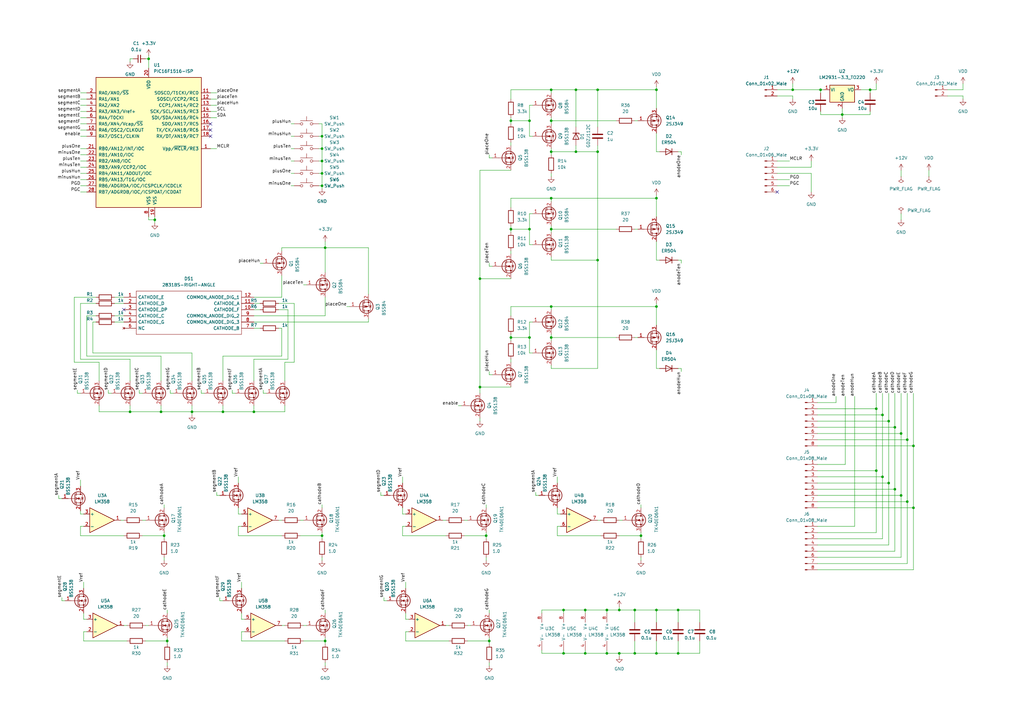
<source format=kicad_sch>
(kicad_sch (version 20211123) (generator eeschema)
  (paper "A3")
  (junction (at 359.41 167.64))
  (junction (at 245.11 62.23))
  (junction (at 217.17 138.43))
  (junction (at 53.34 168.91))
  (junction (at 361.95 195.58))
  (junction (at 66.04 168.91))
  (junction (at 269.24 267.97))
  (junction (at 196.85 114.3))
  (junction (at 132.08 66.04))
  (junction (at 345.44 46.99))
  (junction (at 132.08 60.96))
  (junction (at 269.24 81.28))
  (junction (at 361.95 170.18))
  (junction (at 325.12 36.83))
  (junction (at 260.35 250.19))
  (junction (at 372.11 205.74))
  (junction (at 217.17 49.53))
  (junction (at 60.96 24.13))
  (junction (at 359.41 193.04))
  (junction (at 226.06 81.28))
  (junction (at 236.22 62.23))
  (junction (at 217.17 93.98))
  (junction (at 254 250.19))
  (junction (at 269.24 250.19))
  (junction (at 68.58 262.89))
  (junction (at 369.57 177.8))
  (junction (at 132.08 71.12))
  (junction (at 132.08 219.71))
  (junction (at 226.06 36.83))
  (junction (at 226.06 93.98))
  (junction (at 269.24 36.83))
  (junction (at 262.89 219.71))
  (junction (at 209.55 138.43))
  (junction (at 209.55 93.98))
  (junction (at 248.92 250.19))
  (junction (at 226.06 62.23))
  (junction (at 209.55 49.53))
  (junction (at 231.14 250.19))
  (junction (at 132.08 76.2))
  (junction (at 226.06 49.53))
  (junction (at 367.03 175.26))
  (junction (at 269.24 125.73))
  (junction (at 240.03 267.97))
  (junction (at 104.14 168.91))
  (junction (at 199.39 219.71))
  (junction (at 260.35 267.97))
  (junction (at 231.14 267.97))
  (junction (at 336.55 36.83))
  (junction (at 200.66 262.89))
  (junction (at 364.49 198.12))
  (junction (at 78.74 168.91))
  (junction (at 132.08 55.88))
  (junction (at 372.11 180.34))
  (junction (at 364.49 172.72))
  (junction (at 356.87 36.83))
  (junction (at 133.35 262.89))
  (junction (at 278.13 250.19))
  (junction (at 133.35 101.6))
  (junction (at 369.57 203.2))
  (junction (at 248.92 267.97))
  (junction (at 63.5 90.17))
  (junction (at 245.11 106.68))
  (junction (at 240.03 250.19))
  (junction (at 67.31 219.71))
  (junction (at 278.13 267.97))
  (junction (at 374.65 208.28))
  (junction (at 367.03 200.66))
  (junction (at 226.06 138.43))
  (junction (at 196.85 158.75))
  (junction (at 236.22 36.83))
  (junction (at 254 267.97))
  (junction (at 226.06 125.73))
  (junction (at 91.44 168.91))
  (junction (at 374.65 182.88))
  (junction (at 245.11 36.83))
  (no_connect (at 86.36 50.8))
  (no_connect (at 86.36 53.34))
  (no_connect (at 318.77 78.74))
  (no_connect (at 86.36 55.88))
  (no_connect (at 50.8 127))
  (wire (pts (xy 372.11 205.74) (xy 372.11 180.34)))
  (wire (pts (xy 260.35 262.89) (xy 260.35 267.97)))
  (wire (pts (xy 245.11 62.23) (xy 245.11 59.69)))
  (wire (pts (xy 335.28 180.34) (xy 372.11 180.34)))
  (wire (pts (xy 278.13 267.97) (xy 287.02 267.97)))
  (wire (pts (xy 33.02 76.2) (xy 35.56 76.2)))
  (wire (pts (xy 133.35 101.6) (xy 115.57 101.6)))
  (wire (pts (xy 34.29 251.46) (xy 34.29 254)))
  (wire (pts (xy 40.64 168.91) (xy 53.34 168.91)))
  (wire (pts (xy 133.35 101.6) (xy 151.13 101.6)))
  (wire (pts (xy 209.55 137.16) (xy 209.55 138.43)))
  (wire (pts (xy 33.02 40.64) (xy 35.56 40.64)))
  (wire (pts (xy 346.71 162.56) (xy 346.71 190.5)))
  (wire (pts (xy 33.02 147.32) (xy 53.34 147.32)))
  (wire (pts (xy 209.55 158.75) (xy 196.85 158.75)))
  (wire (pts (xy 231.14 250.19) (xy 231.14 251.46)))
  (wire (pts (xy 33.02 48.26) (xy 35.56 48.26)))
  (wire (pts (xy 245.11 106.68) (xy 245.11 151.13)))
  (wire (pts (xy 66.04 166.37) (xy 66.04 168.91)))
  (wire (pts (xy 199.39 219.71) (xy 199.39 220.98)))
  (wire (pts (xy 200.66 107.95) (xy 200.66 109.22)))
  (wire (pts (xy 369.57 203.2) (xy 369.57 177.8)))
  (wire (pts (xy 97.79 215.9) (xy 99.06 215.9)))
  (wire (pts (xy 262.89 219.71) (xy 262.89 220.98)))
  (wire (pts (xy 254 248.92) (xy 254 250.19)))
  (wire (pts (xy 394.97 34.29) (xy 394.97 36.83)))
  (wire (pts (xy 279.4 151.13) (xy 278.13 151.13)))
  (wire (pts (xy 361.95 170.18) (xy 361.95 161.29)))
  (wire (pts (xy 50.8 256.54) (xy 52.07 256.54)))
  (wire (pts (xy 132.08 76.2) (xy 132.08 71.12)))
  (wire (pts (xy 78.74 168.91) (xy 78.74 170.18)))
  (wire (pts (xy 246.38 219.71) (xy 228.6 219.71)))
  (wire (pts (xy 240.03 250.19) (xy 240.03 251.46)))
  (wire (pts (xy 116.84 148.59) (xy 120.65 148.59)))
  (wire (pts (xy 278.13 250.19) (xy 287.02 250.19)))
  (wire (pts (xy 115.57 146.05) (xy 91.44 146.05)))
  (wire (pts (xy 104.14 132.08) (xy 151.13 132.08)))
  (wire (pts (xy 67.31 219.71) (xy 67.31 220.98)))
  (wire (pts (xy 86.36 48.26) (xy 88.9 48.26)))
  (wire (pts (xy 119.38 60.96) (xy 120.65 60.96)))
  (wire (pts (xy 226.06 125.73) (xy 226.06 127)))
  (wire (pts (xy 226.06 49.53) (xy 226.06 50.8)))
  (wire (pts (xy 82.55 160.02) (xy 82.55 161.29)))
  (wire (pts (xy 369.57 177.8) (xy 369.57 161.29)))
  (wire (pts (xy 226.06 62.23) (xy 226.06 63.5)))
  (wire (pts (xy 46.99 121.92) (xy 50.8 121.92)))
  (wire (pts (xy 104.14 134.62) (xy 106.68 134.62)))
  (wire (pts (xy 200.66 250.19) (xy 200.66 251.46)))
  (wire (pts (xy 226.06 81.28) (xy 226.06 82.55)))
  (wire (pts (xy 132.08 219.71) (xy 132.08 220.98)))
  (wire (pts (xy 226.06 137.16) (xy 226.06 138.43)))
  (wire (pts (xy 60.96 22.86) (xy 60.96 24.13)))
  (wire (pts (xy 165.1 219.71) (xy 165.1 215.9)))
  (wire (pts (xy 99.06 262.89) (xy 99.06 259.08)))
  (wire (pts (xy 91.44 168.91) (xy 91.44 166.37)))
  (wire (pts (xy 165.1 195.58) (xy 165.1 198.12)))
  (wire (pts (xy 209.55 93.98) (xy 209.55 95.25)))
  (wire (pts (xy 182.88 219.71) (xy 165.1 219.71)))
  (wire (pts (xy 335.28 175.26) (xy 367.03 175.26)))
  (wire (pts (xy 95.25 161.29) (xy 96.52 161.29)))
  (wire (pts (xy 269.24 267.97) (xy 278.13 267.97)))
  (wire (pts (xy 31.75 160.02) (xy 31.75 161.29)))
  (wire (pts (xy 236.22 59.69) (xy 236.22 62.23)))
  (wire (pts (xy 248.92 250.19) (xy 254 250.19)))
  (wire (pts (xy 124.46 256.54) (xy 125.73 256.54)))
  (wire (pts (xy 335.28 195.58) (xy 361.95 195.58)))
  (wire (pts (xy 199.39 207.01) (xy 199.39 208.28)))
  (wire (pts (xy 262.89 228.6) (xy 262.89 229.87)))
  (wire (pts (xy 254 219.71) (xy 262.89 219.71)))
  (wire (pts (xy 269.24 151.13) (xy 270.51 151.13)))
  (wire (pts (xy 218.44 87.63) (xy 217.17 87.63)))
  (wire (pts (xy 90.17 245.11) (xy 90.17 246.38)))
  (wire (pts (xy 199.39 218.44) (xy 199.39 219.71)))
  (wire (pts (xy 325.12 36.83) (xy 318.77 36.83)))
  (wire (pts (xy 332.74 78.74) (xy 332.74 71.12)))
  (wire (pts (xy 196.85 158.75) (xy 196.85 161.29)))
  (wire (pts (xy 82.55 161.29) (xy 83.82 161.29)))
  (wire (pts (xy 119.38 66.04) (xy 120.65 66.04)))
  (wire (pts (xy 196.85 69.85) (xy 209.55 69.85)))
  (wire (pts (xy 30.48 148.59) (xy 40.64 148.59)))
  (wire (pts (xy 99.06 238.76) (xy 99.06 241.3)))
  (wire (pts (xy 107.95 160.02) (xy 107.95 161.29)))
  (wire (pts (xy 359.41 167.64) (xy 359.41 193.04)))
  (wire (pts (xy 226.06 138.43) (xy 226.06 139.7)))
  (wire (pts (xy 336.55 46.99) (xy 336.55 45.72)))
  (wire (pts (xy 236.22 62.23) (xy 245.11 62.23)))
  (wire (pts (xy 130.81 60.96) (xy 132.08 60.96)))
  (wire (pts (xy 142.24 125.73) (xy 143.51 125.73)))
  (wire (pts (xy 278.13 250.19) (xy 278.13 255.27)))
  (wire (pts (xy 200.66 63.5) (xy 200.66 64.77)))
  (wire (pts (xy 260.35 138.43) (xy 261.62 138.43)))
  (wire (pts (xy 35.56 129.54) (xy 39.37 129.54)))
  (wire (pts (xy 372.11 231.14) (xy 372.11 205.74)))
  (wire (pts (xy 325.12 34.29) (xy 325.12 36.83)))
  (wire (pts (xy 33.02 55.88) (xy 35.56 55.88)))
  (wire (pts (xy 58.42 219.71) (xy 67.31 219.71)))
  (wire (pts (xy 132.08 60.96) (xy 132.08 66.04)))
  (wire (pts (xy 240.03 267.97) (xy 231.14 267.97)))
  (wire (pts (xy 133.35 99.06) (xy 133.35 101.6)))
  (wire (pts (xy 115.57 134.62) (xy 114.3 134.62)))
  (wire (pts (xy 24.13 204.47) (xy 25.4 204.47)))
  (wire (pts (xy 369.57 87.63) (xy 369.57 90.17)))
  (wire (pts (xy 115.57 101.6) (xy 115.57 102.87)))
  (wire (pts (xy 236.22 36.83) (xy 245.11 36.83)))
  (wire (pts (xy 226.06 92.71) (xy 226.06 93.98)))
  (wire (pts (xy 336.55 36.83) (xy 337.82 36.83)))
  (wire (pts (xy 336.55 36.83) (xy 336.55 38.1)))
  (wire (pts (xy 245.11 36.83) (xy 269.24 36.83)))
  (wire (pts (xy 269.24 99.06) (xy 269.24 106.68)))
  (wire (pts (xy 165.1 210.82) (xy 166.37 210.82)))
  (wire (pts (xy 99.06 254) (xy 100.33 254)))
  (wire (pts (xy 116.84 156.21) (xy 116.84 148.59)))
  (wire (pts (xy 97.79 208.28) (xy 97.79 210.82)))
  (wire (pts (xy 33.02 45.72) (xy 35.56 45.72)))
  (wire (pts (xy 46.99 132.08) (xy 50.8 132.08)))
  (wire (pts (xy 67.31 228.6) (xy 67.31 229.87)))
  (wire (pts (xy 86.36 40.64) (xy 88.9 40.64)))
  (wire (pts (xy 323.85 76.2) (xy 318.77 76.2)))
  (wire (pts (xy 260.35 93.98) (xy 261.62 93.98)))
  (wire (pts (xy 226.06 49.53) (xy 252.73 49.53)))
  (wire (pts (xy 217.17 132.08) (xy 217.17 138.43)))
  (wire (pts (xy 166.37 254) (xy 167.64 254)))
  (wire (pts (xy 335.28 177.8) (xy 369.57 177.8)))
  (wire (pts (xy 209.55 49.53) (xy 209.55 50.8)))
  (wire (pts (xy 57.15 160.02) (xy 57.15 161.29)))
  (wire (pts (xy 200.66 64.77) (xy 201.93 64.77)))
  (wire (pts (xy 33.02 78.74) (xy 35.56 78.74)))
  (wire (pts (xy 86.36 38.1) (xy 88.9 38.1)))
  (wire (pts (xy 209.55 138.43) (xy 217.17 138.43)))
  (wire (pts (xy 91.44 146.05) (xy 91.44 156.21)))
  (wire (pts (xy 217.17 49.53) (xy 217.17 55.88)))
  (wire (pts (xy 52.07 262.89) (xy 34.29 262.89)))
  (wire (pts (xy 335.28 218.44) (xy 359.41 218.44)))
  (wire (pts (xy 33.02 210.82) (xy 34.29 210.82)))
  (wire (pts (xy 114.3 124.46) (xy 120.65 124.46)))
  (wire (pts (xy 269.24 80.01) (xy 269.24 81.28)))
  (wire (pts (xy 132.08 50.8) (xy 132.08 55.88)))
  (wire (pts (xy 335.28 215.9) (xy 350.52 215.9)))
  (wire (pts (xy 132.08 228.6) (xy 132.08 229.87)))
  (wire (pts (xy 323.85 73.66) (xy 318.77 73.66)))
  (wire (pts (xy 361.95 220.98) (xy 361.95 195.58)))
  (wire (pts (xy 218.44 43.18) (xy 217.17 43.18)))
  (wire (pts (xy 287.02 250.19) (xy 287.02 255.27)))
  (wire (pts (xy 53.34 147.32) (xy 53.34 156.21)))
  (wire (pts (xy 97.79 219.71) (xy 97.79 215.9)))
  (wire (pts (xy 115.57 113.03) (xy 115.57 121.92)))
  (wire (pts (xy 165.1 208.28) (xy 165.1 210.82)))
  (wire (pts (xy 187.96 166.37) (xy 189.23 166.37)))
  (wire (pts (xy 38.1 144.78) (xy 78.74 144.78)))
  (wire (pts (xy 63.5 88.9) (xy 63.5 90.17)))
  (wire (pts (xy 53.34 168.91) (xy 66.04 168.91)))
  (wire (pts (xy 245.11 62.23) (xy 245.11 106.68)))
  (wire (pts (xy 226.06 36.83) (xy 226.06 38.1)))
  (wire (pts (xy 342.9 162.56) (xy 342.9 165.1)))
  (wire (pts (xy 130.81 66.04) (xy 132.08 66.04)))
  (wire (pts (xy 279.4 106.68) (xy 278.13 106.68)))
  (wire (pts (xy 236.22 36.83) (xy 236.22 52.07)))
  (wire (pts (xy 394.97 39.37) (xy 388.62 39.37)))
  (wire (pts (xy 279.4 63.5) (xy 279.4 62.23)))
  (wire (pts (xy 394.97 36.83) (xy 388.62 36.83)))
  (wire (pts (xy 226.06 81.28) (xy 269.24 81.28)))
  (wire (pts (xy 166.37 259.08) (xy 167.64 259.08)))
  (wire (pts (xy 191.77 262.89) (xy 200.66 262.89)))
  (wire (pts (xy 104.14 147.32) (xy 118.11 147.32)))
  (wire (pts (xy 350.52 215.9) (xy 350.52 162.56)))
  (wire (pts (xy 35.56 129.54) (xy 35.56 146.05)))
  (wire (pts (xy 369.57 228.6) (xy 369.57 203.2)))
  (wire (pts (xy 364.49 172.72) (xy 364.49 161.29)))
  (wire (pts (xy 24.13 203.2) (xy 24.13 204.47)))
  (wire (pts (xy 209.55 48.26) (xy 209.55 49.53)))
  (wire (pts (xy 359.41 34.29) (xy 359.41 36.83)))
  (wire (pts (xy 53.34 166.37) (xy 53.34 168.91)))
  (wire (pts (xy 287.02 267.97) (xy 287.02 262.89)))
  (wire (pts (xy 132.08 77.47) (xy 132.08 76.2)))
  (wire (pts (xy 262.89 218.44) (xy 262.89 219.71)))
  (wire (pts (xy 33.02 66.04) (xy 35.56 66.04)))
  (wire (pts (xy 166.37 262.89) (xy 166.37 259.08)))
  (wire (pts (xy 200.66 153.67) (xy 201.93 153.67)))
  (wire (pts (xy 88.9 203.2) (xy 90.17 203.2)))
  (wire (pts (xy 107.95 161.29) (xy 109.22 161.29)))
  (wire (pts (xy 222.25 250.19) (xy 231.14 250.19)))
  (wire (pts (xy 209.55 93.98) (xy 217.17 93.98)))
  (wire (pts (xy 104.14 168.91) (xy 104.14 166.37)))
  (wire (pts (xy 66.04 168.91) (xy 78.74 168.91)))
  (wire (pts (xy 335.28 220.98) (xy 361.95 220.98)))
  (wire (pts (xy 209.55 81.28) (xy 209.55 85.09)))
  (wire (pts (xy 91.44 168.91) (xy 104.14 168.91)))
  (wire (pts (xy 279.4 107.95) (xy 279.4 106.68)))
  (wire (pts (xy 78.74 166.37) (xy 78.74 168.91)))
  (wire (pts (xy 33.02 210.82) (xy 33.02 209.55)))
  (wire (pts (xy 226.06 93.98) (xy 226.06 95.25)))
  (wire (pts (xy 332.74 66.04) (xy 332.74 68.58)))
  (wire (pts (xy 228.6 195.58) (xy 228.6 198.12)))
  (wire (pts (xy 254 250.19) (xy 260.35 250.19)))
  (wire (pts (xy 86.36 43.18) (xy 88.9 43.18)))
  (wire (pts (xy 191.77 256.54) (xy 193.04 256.54)))
  (wire (pts (xy 356.87 46.99) (xy 356.87 45.72)))
  (wire (pts (xy 335.28 193.04) (xy 359.41 193.04)))
  (wire (pts (xy 345.44 46.99) (xy 345.44 48.26)))
  (wire (pts (xy 34.29 238.76) (xy 34.29 241.3)))
  (wire (pts (xy 190.5 219.71) (xy 199.39 219.71)))
  (wire (pts (xy 332.74 71.12) (xy 318.77 71.12)))
  (wire (pts (xy 279.4 62.23) (xy 278.13 62.23)))
  (wire (pts (xy 335.28 182.88) (xy 374.65 182.88)))
  (wire (pts (xy 209.55 102.87) (xy 209.55 104.14)))
  (wire (pts (xy 361.95 195.58) (xy 361.95 170.18)))
  (wire (pts (xy 104.14 156.21) (xy 104.14 147.32)))
  (wire (pts (xy 133.35 250.19) (xy 133.35 251.46)))
  (wire (pts (xy 269.24 35.56) (xy 269.24 36.83)))
  (wire (pts (xy 374.65 182.88) (xy 374.65 161.29)))
  (wire (pts (xy 228.6 208.28) (xy 228.6 210.82)))
  (wire (pts (xy 49.53 213.36) (xy 50.8 213.36)))
  (wire (pts (xy 199.39 228.6) (xy 199.39 229.87)))
  (wire (pts (xy 97.79 210.82) (xy 99.06 210.82)))
  (wire (pts (xy 151.13 101.6) (xy 151.13 120.65)))
  (wire (pts (xy 260.35 49.53) (xy 261.62 49.53)))
  (wire (pts (xy 34.29 262.89) (xy 34.29 259.08)))
  (wire (pts (xy 68.58 261.62) (xy 68.58 262.89)))
  (wire (pts (xy 226.06 36.83) (xy 236.22 36.83)))
  (wire (pts (xy 260.35 267.97) (xy 269.24 267.97)))
  (wire (pts (xy 217.17 55.88) (xy 218.44 55.88)))
  (wire (pts (xy 124.46 262.89) (xy 133.35 262.89)))
  (wire (pts (xy 190.5 213.36) (xy 191.77 213.36)))
  (wire (pts (xy 381 69.85) (xy 381 72.39)))
  (wire (pts (xy 133.35 101.6) (xy 133.35 111.76)))
  (wire (pts (xy 30.48 121.92) (xy 30.48 148.59)))
  (wire (pts (xy 245.11 213.36) (xy 246.38 213.36)))
  (wire (pts (xy 119.38 50.8) (xy 120.65 50.8)))
  (wire (pts (xy 33.02 38.1) (xy 35.56 38.1)))
  (wire (pts (xy 25.4 246.38) (xy 26.67 246.38)))
  (wire (pts (xy 54.61 24.13) (xy 53.34 24.13)))
  (wire (pts (xy 364.49 223.52) (xy 364.49 198.12)))
  (wire (pts (xy 260.35 250.19) (xy 269.24 250.19)))
  (wire (pts (xy 248.92 267.97) (xy 240.03 267.97)))
  (wire (pts (xy 345.44 46.99) (xy 336.55 46.99)))
  (wire (pts (xy 86.36 45.72) (xy 88.9 45.72)))
  (wire (pts (xy 269.24 250.19) (xy 269.24 255.27)))
  (wire (pts (xy 356.87 36.83) (xy 353.06 36.83)))
  (wire (pts (xy 90.17 246.38) (xy 91.44 246.38)))
  (wire (pts (xy 35.56 146.05) (xy 66.04 146.05)))
  (wire (pts (xy 209.55 147.32) (xy 209.55 148.59)))
  (wire (pts (xy 269.24 106.68) (xy 270.51 106.68)))
  (wire (pts (xy 278.13 262.89) (xy 278.13 267.97)))
  (wire (pts (xy 60.96 90.17) (xy 63.5 90.17)))
  (wire (pts (xy 133.35 271.78) (xy 133.35 273.05)))
  (wire (pts (xy 132.08 55.88) (xy 132.08 60.96)))
  (wire (pts (xy 200.66 261.62) (xy 200.66 262.89)))
  (wire (pts (xy 78.74 144.78) (xy 78.74 156.21)))
  (wire (pts (xy 57.15 161.29) (xy 58.42 161.29)))
  (wire (pts (xy 78.74 168.91) (xy 91.44 168.91)))
  (wire (pts (xy 367.03 175.26) (xy 367.03 161.29)))
  (wire (pts (xy 68.58 250.19) (xy 68.58 251.46)))
  (wire (pts (xy 209.55 125.73) (xy 209.55 129.54)))
  (wire (pts (xy 335.28 223.52) (xy 364.49 223.52)))
  (wire (pts (xy 130.81 50.8) (xy 132.08 50.8)))
  (wire (pts (xy 217.17 43.18) (xy 217.17 49.53)))
  (wire (pts (xy 226.06 125.73) (xy 209.55 125.73)))
  (wire (pts (xy 104.14 124.46) (xy 106.68 124.46)))
  (wire (pts (xy 40.64 148.59) (xy 40.64 156.21)))
  (wire (pts (xy 228.6 215.9) (xy 229.87 215.9)))
  (wire (pts (xy 182.88 256.54) (xy 184.15 256.54)))
  (wire (pts (xy 33.02 63.5) (xy 35.56 63.5)))
  (wire (pts (xy 53.34 24.13) (xy 53.34 25.4)))
  (wire (pts (xy 231.14 266.7) (xy 231.14 267.97)))
  (wire (pts (xy 59.69 262.89) (xy 68.58 262.89)))
  (wire (pts (xy 59.69 24.13) (xy 60.96 24.13)))
  (wire (pts (xy 209.55 92.71) (xy 209.55 93.98)))
  (wire (pts (xy 359.41 193.04) (xy 359.41 218.44)))
  (wire (pts (xy 374.65 208.28) (xy 374.65 182.88)))
  (wire (pts (xy 86.36 60.96) (xy 88.9 60.96)))
  (wire (pts (xy 69.85 160.02) (xy 69.85 161.29)))
  (wire (pts (xy 269.24 143.51) (xy 269.24 151.13)))
  (wire (pts (xy 104.14 127) (xy 106.68 127)))
  (wire (pts (xy 248.92 266.7) (xy 248.92 267.97)))
  (wire (pts (xy 200.66 152.4) (xy 200.66 153.67)))
  (wire (pts (xy 325.12 39.37) (xy 318.77 39.37)))
  (wire (pts (xy 33.02 50.8) (xy 35.56 50.8)))
  (wire (pts (xy 219.71 203.2) (xy 220.98 203.2)))
  (wire (pts (xy 260.35 250.19) (xy 260.35 255.27)))
  (wire (pts (xy 132.08 207.01) (xy 132.08 208.28)))
  (wire (pts (xy 63.5 90.17) (xy 63.5 91.44)))
  (wire (pts (xy 106.68 107.95) (xy 107.95 107.95)))
  (wire (pts (xy 46.99 124.46) (xy 50.8 124.46)))
  (wire (pts (xy 222.25 267.97) (xy 222.25 266.7)))
  (wire (pts (xy 226.06 48.26) (xy 226.06 49.53)))
  (wire (pts (xy 345.44 44.45) (xy 345.44 46.99)))
  (wire (pts (xy 325.12 40.64) (xy 325.12 39.37)))
  (wire (pts (xy 248.92 250.19) (xy 248.92 251.46)))
  (wire (pts (xy 59.69 256.54) (xy 60.96 256.54)))
  (wire (pts (xy 120.65 124.46) (xy 120.65 148.59)))
  (wire (pts (xy 325.12 36.83) (xy 336.55 36.83)))
  (wire (pts (xy 25.4 245.11) (xy 25.4 246.38)))
  (wire (pts (xy 60.96 88.9) (xy 60.96 90.17)))
  (wire (pts (xy 226.06 71.12) (xy 226.06 72.39)))
  (wire (pts (xy 219.71 201.93) (xy 219.71 203.2)))
  (wire (pts (xy 67.31 218.44) (xy 67.31 219.71)))
  (wire (pts (xy 367.03 200.66) (xy 367.03 175.26)))
  (wire (pts (xy 269.24 124.46) (xy 269.24 125.73)))
  (wire (pts (xy 346.71 190.5) (xy 335.28 190.5)))
  (wire (pts (xy 30.48 121.92) (xy 39.37 121.92)))
  (wire (pts (xy 200.66 109.22) (xy 201.93 109.22)))
  (wire (pts (xy 269.24 262.89) (xy 269.24 267.97)))
  (wire (pts (xy 217.17 100.33) (xy 218.44 100.33)))
  (wire (pts (xy 345.44 46.99) (xy 356.87 46.99)))
  (wire (pts (xy 157.48 246.38) (xy 158.75 246.38)))
  (wire (pts (xy 132.08 66.04) (xy 132.08 71.12)))
  (wire (pts (xy 196.85 158.75) (xy 196.85 114.3)))
  (wire (pts (xy 166.37 238.76) (xy 166.37 241.3)))
  (wire (pts (xy 240.03 266.7) (xy 240.03 267.97)))
  (wire (pts (xy 33.02 68.58) (xy 35.56 68.58)))
  (wire (pts (xy 269.24 62.23) (xy 270.51 62.23)))
  (wire (pts (xy 60.96 24.13) (xy 60.96 27.94)))
  (wire (pts (xy 335.28 226.06) (xy 367.03 226.06)))
  (wire (pts (xy 38.1 132.08) (xy 38.1 144.78)))
  (wire (pts (xy 40.64 166.37) (xy 40.64 168.91)))
  (wire (pts (xy 342.9 165.1) (xy 335.28 165.1)))
  (wire (pts (xy 335.28 198.12) (xy 364.49 198.12)))
  (wire (pts (xy 209.55 138.43) (xy 209.55 139.7)))
  (wire (pts (xy 231.14 267.97) (xy 222.25 267.97)))
  (wire (pts (xy 335.28 170.18) (xy 361.95 170.18)))
  (wire (pts (xy 115.57 121.92) (xy 104.14 121.92)))
  (wire (pts (xy 226.06 151.13) (xy 245.11 151.13)))
  (wire (pts (xy 123.19 219.71) (xy 132.08 219.71)))
  (wire (pts (xy 226.06 138.43) (xy 252.73 138.43)))
  (wire (pts (xy 335.28 205.74) (xy 372.11 205.74)))
  (wire (pts (xy 254 267.97) (xy 260.35 267.97)))
  (wire (pts (xy 240.03 250.19) (xy 248.92 250.19)))
  (wire (pts (xy 226.06 62.23) (xy 236.22 62.23)))
  (wire (pts (xy 335.28 167.64) (xy 359.41 167.64)))
  (wire (pts (xy 33.02 219.71) (xy 33.02 215.9)))
  (wire (pts (xy 226.06 105.41) (xy 226.06 106.68)))
  (wire (pts (xy 33.02 124.46) (xy 39.37 124.46)))
  (wire (pts (xy 97.79 195.58) (xy 97.79 198.12)))
  (wire (pts (xy 104.14 168.91) (xy 116.84 168.91)))
  (wire (pts (xy 66.04 146.05) (xy 66.04 156.21)))
  (wire (pts (xy 31.75 161.29) (xy 33.02 161.29)))
  (wire (pts (xy 68.58 262.89) (xy 68.58 264.16)))
  (wire (pts (xy 254 267.97) (xy 248.92 267.97)))
  (wire (pts (xy 369.57 69.85) (xy 369.57 72.39)))
  (wire (pts (xy 67.31 207.01) (xy 67.31 208.28)))
  (wire (pts (xy 356.87 38.1) (xy 356.87 36.83)))
  (wire (pts (xy 38.1 132.08) (xy 39.37 132.08)))
  (wire (pts (xy 374.65 233.68) (xy 374.65 208.28)))
  (wire (pts (xy 34.29 254) (xy 35.56 254)))
  (wire (pts (xy 151.13 132.08) (xy 151.13 130.81)))
  (wire (pts (xy 156.21 203.2) (xy 157.48 203.2)))
  (wire (pts (xy 228.6 210.82) (xy 229.87 210.82)))
  (wire (pts (xy 226.06 60.96) (xy 226.06 62.23)))
  (wire (pts (xy 200.66 271.78) (xy 200.66 273.05)))
  (wire (pts (xy 217.17 144.78) (xy 218.44 144.78)))
  (wire (pts (xy 372.11 180.34) (xy 372.11 161.29)))
  (wire (pts (xy 118.11 127) (xy 118.11 147.32)))
  (wire (pts (xy 254 213.36) (xy 255.27 213.36)))
  (wire (pts (xy 218.44 132.08) (xy 217.17 132.08)))
  (wire (pts (xy 33.02 196.85) (xy 33.02 199.39)))
  (wire (pts (xy 269.24 250.19) (xy 278.13 250.19)))
  (wire (pts (xy 133.35 261.62) (xy 133.35 262.89)))
  (wire (pts (xy 332.74 68.58) (xy 318.77 68.58)))
  (wire (pts (xy 118.11 127) (xy 114.3 127)))
  (wire (pts (xy 335.28 228.6) (xy 369.57 228.6)))
  (wire (pts (xy 364.49 198.12) (xy 364.49 172.72)))
  (wire (pts (xy 99.06 251.46) (xy 99.06 254)))
  (wire (pts (xy 95.25 160.02) (xy 95.25 161.29)))
  (wire (pts (xy 34.29 259.08) (xy 35.56 259.08)))
  (wire (pts (xy 335.28 200.66) (xy 367.03 200.66)))
  (wire (pts (xy 130.81 55.88) (xy 132.08 55.88)))
  (wire (pts (xy 335.28 203.2) (xy 369.57 203.2)))
  (wire (pts (xy 254 269.24) (xy 254 267.97)))
  (wire (pts (xy 269.24 81.28) (xy 269.24 88.9)))
  (wire (pts (xy 196.85 114.3) (xy 196.85 69.85)))
  (wire (pts (xy 222.25 251.46) (xy 222.25 250.19)))
  (wire (pts (xy 156.21 201.93) (xy 156.21 203.2)))
  (wire (pts (xy 209.55 49.53) (xy 217.17 49.53)))
  (wire (pts (xy 394.97 40.64) (xy 394.97 39.37)))
  (wire (pts (xy 359.41 167.64) (xy 359.41 161.29)))
  (wire (pts (xy 33.02 53.34) (xy 35.56 53.34)))
  (wire (pts (xy 269.24 125.73) (xy 269.24 133.35)))
  (wire (pts (xy 335.28 208.28) (xy 374.65 208.28)))
  (wire (pts (xy 33.02 124.46) (xy 33.02 147.32)))
  (wire (pts (xy 318.77 66.04) (xy 323.85 66.04)))
  (wire (pts (xy 115.57 134.62) (xy 115.57 146.05)))
  (wire (pts (xy 44.45 160.02) (xy 44.45 161.29)))
  (wire (pts (xy 88.9 201.93) (xy 88.9 203.2)))
  (wire (pts (xy 116.84 168.91) (xy 116.84 166.37)))
  (wire (pts (xy 99.06 259.08) (xy 100.33 259.08)))
  (wire (pts (xy 269.24 54.61) (xy 269.24 62.23)))
  (wire (pts (xy 217.17 87.63) (xy 217.17 93.98)))
  (wire (pts (xy 119.38 71.12) (xy 120.65 71.12)))
  (wire (pts (xy 44.45 161.29) (xy 45.72 161.29)))
  (wire (pts (xy 196.85 171.45) (xy 196.85 172.72)))
  (wire (pts (xy 119.38 76.2) (xy 120.65 76.2)))
  (wire (pts (xy 114.3 213.36) (xy 115.57 213.36)))
  (wire (pts (xy 58.42 213.36) (xy 59.69 213.36)))
  (wire (pts (xy 119.38 55.88) (xy 120.65 55.88)))
  (wire (pts (xy 217.17 93.98) (xy 217.17 100.33)))
  (wire (pts (xy 50.8 219.71) (xy 33.02 219.71)))
  (wire (pts (xy 33.02 73.66) (xy 35.56 73.66)))
  (wire (pts (xy 245.11 52.07) (xy 245.11 36.83)))
  (wire (pts (xy 226.06 125.73) (xy 269.24 125.73)))
  (wire (pts (xy 166.37 251.46) (xy 166.37 254)))
  (wire (pts (xy 165.1 215.9) (xy 166.37 215.9)))
  (wire (pts (xy 335.28 233.68) (xy 374.65 233.68)))
  (wire (pts (xy 123.19 213.36) (xy 124.46 213.36)))
  (wire (pts (xy 269.24 36.83) (xy 269.24 44.45)))
  (wire (pts (xy 335.28 172.72) (xy 364.49 172.72)))
  (wire (pts (xy 133.35 262.89) (xy 133.35 264.16)))
  (wire (pts (xy 132.08 71.12) (xy 130.81 71.12)))
  (wire (pts (xy 181.61 213.36) (xy 182.88 213.36)))
  (wire (pts (xy 157.48 245.11) (xy 157.48 246.38)))
  (wire (pts (xy 217.17 138.43) (xy 217.17 144.78)))
  (wire (pts (xy 33.02 43.18) (xy 35.56 43.18)))
  (wire (pts (xy 133.35 129.54) (xy 104.14 129.54)))
  (wire (pts (xy 115.57 219.71) (xy 97.79 219.71)))
  (wire (pts (xy 209.55 36.83) (xy 209.55 40.64)))
  (wire (pts (xy 228.6 219.71) (xy 228.6 215.9)))
  (wire (pts (xy 69.85 161.29) (xy 71.12 161.29)))
  (wire (pts (xy 231.14 250.19) (xy 240.03 250.19)))
  (wire (pts (xy 33.02 215.9) (xy 34.29 215.9)))
  (wire (pts (xy 184.15 262.89) (xy 166.37 262.89)))
  (wire (pts (xy 226.06 36.83) (xy 209.55 36.83)))
  (wire (pts (xy 226.06 93.98) (xy 252.73 93.98)))
  (wire (pts (xy 226.06 149.86) (xy 226.06 151.13)))
  (wire (pts (xy 132.08 76.2) (xy 130.81 76.2)))
  (wire (pts (xy 115.57 256.54) (xy 116.84 256.54)))
  (wire (pts (xy 33.02 60.96) (xy 35.56 60.96)))
  (wire (pts (xy 46.99 129.54) (xy 50.8 129.54)))
  (wire (pts (xy 132.08 218.44) (xy 132.08 219.71)))
  (wire (pts (xy 367.03 226.06) (xy 367.03 200.66)))
  (wire (pts (xy 33.02 71.12) (xy 35.56 71.12)))
  (wire (pts (xy 226.06 81.28) (xy 209.55 81.28)))
  (wire (pts (xy 200.66 262.89) (xy 200.66 264.16)))
  (wire (pts (xy 133.35 121.92) (xy 133.35 129.54)))
  (wire (pts (xy 335.28 231.14) (xy 372.11 231.14)))
  (wire (pts (xy 279.4 152.4) (xy 279.4 151.13)))
  (wire (pts (xy 226.06 106.68) (xy 245.11 106.68)))
  (wire (pts (xy 124.46 116.84) (xy 125.73 116.84)))
  (wire (pts (xy 68.58 271.78) (xy 68.58 273.05)))
  (wire (pts (xy 262.89 207.01) (xy 262.89 208.28)))
  (wire (pts (xy 116.84 262.89) (xy 99.06 262.89)))
  (wire (pts (xy 196.85 114.3) (xy 209.55 114.3)))
  (wire (pts (xy 359.41 36.83) (xy 356.87 36.83)))
  (wire (pts (xy 209.55 58.42) (xy 209.55 59.69)))
  (label "segmentA" (at 219.71 201.93 90))
  (label "plusHun" (at 119.38 50.8 180))
  (label "segmentG" (at 33.02 53.34 180))
  (label "segmentF" (at 95.25 160.02 90))
  (label "segmentB" (at 82.55 160.02 90))
  (label "Vref" (at 99.06 238.76 90))
  (label "cathodeB" (at 361.95 161.29 90))
  (label "cathodeB" (at 132.08 207.01 90))
  (label "minusTen" (at 119.38 66.04 180))
  (label "plusHun" (at 33.02 71.12 180))
  (label "placeOne" (at 88.9 38.1 0))
  (label "Vref" (at 166.37 238.76 90))
  (label "anodeOne" (at 342.9 162.56 90))
  (label "segmentC" (at 33.02 43.18 180))
  (label "cathodeG" (at 200.66 250.19 90))
  (label "segmentA" (at 107.95 160.02 90))
  (label "SDA" (at 88.9 48.26 0))
  (label "segmentD" (at 44.45 160.02 90))
  (label "minusHun" (at 33.02 73.66 180))
  (label "enable" (at 187.96 166.37 180))
  (label "segmentD" (at 33.02 45.72 180))
  (label "cathodeD" (at 367.03 161.29 90))
  (label "Vref" (at 165.1 195.58 90))
  (label "anodeOne" (at 279.4 63.5 270))
  (label "placeHun" (at 200.66 152.4 90))
  (label "placeHun" (at 88.9 43.18 0))
  (label "placeTen" (at 124.46 116.84 180))
  (label "PGC" (at 323.85 76.2 0))
  (label "plusTen" (at 119.38 60.96 180))
  (label "segmentF" (at 33.02 50.8 180))
  (label "segmentE" (at 33.02 48.26 180))
  (label "cathodeG" (at 374.65 161.29 90))
  (label "MCLR" (at 323.85 66.04 0))
  (label "plusTen" (at 33.02 66.04 180))
  (label "anodeTen" (at 279.4 107.95 270))
  (label "segmentE" (at 31.75 160.02 90))
  (label "minusOne" (at 33.02 63.5 180))
  (label "MCLR" (at 88.9 60.96 0))
  (label "PGD" (at 323.85 73.66 0))
  (label "enable" (at 33.02 55.88 180))
  (label "segmentG" (at 69.85 160.02 90))
  (label "Vref" (at 97.79 195.58 90))
  (label "PGC" (at 33.02 78.74 180))
  (label "placeHun" (at 106.68 107.95 180))
  (label "plusOne" (at 119.38 71.12 180))
  (label "minusHun" (at 119.38 55.88 180))
  (label "segmentB" (at 88.9 201.93 90))
  (label "cathodeA" (at 359.41 161.29 90))
  (label "segmentG" (at 157.48 245.11 90))
  (label "segmentA" (at 24.13 203.2 90))
  (label "cathodeC" (at 364.49 161.29 90))
  (label "cathodeE" (at 369.57 161.29 90))
  (label "cathodeC" (at 199.39 207.01 90))
  (label "Vref" (at 33.02 196.85 90))
  (label "plusOne" (at 33.02 60.96 180))
  (label "cathodeF" (at 372.11 161.29 90))
  (label "segmentC" (at 57.15 160.02 90))
  (label "minusOne" (at 119.38 76.2 180))
  (label "placeTen" (at 88.9 40.64 0))
  (label "cathodeE" (at 68.58 250.19 90))
  (label "anodeHun" (at 279.4 152.4 270))
  (label "placeOne" (at 142.24 125.73 180))
  (label "placeTen" (at 200.66 107.95 90))
  (label "cathodeD" (at 262.89 207.01 90))
  (label "cathodeA" (at 67.31 207.01 90))
  (label "SCL" (at 88.9 45.72 0))
  (label "anodeHun" (at 350.52 162.56 90))
  (label "segmentD" (at 156.21 201.93 90))
  (label "segmentA" (at 33.02 38.1 180))
  (label "Vref" (at 228.6 195.58 90))
  (label "placeOne" (at 200.66 63.5 90))
  (label "minusTen" (at 33.02 68.58 180))
  (label "segmentB" (at 33.02 40.64 180))
  (label "Vref" (at 34.29 238.76 90))
  (label "segmentE" (at 25.4 245.11 90))
  (label "cathodeF" (at 133.35 250.19 90))
  (label "segmentF" (at 90.17 245.11 90))
  (label "PGD" (at 33.02 76.2 180))
  (label "anodeTen" (at 346.71 162.56 90))
  (symbol (lib_id "power:GND") (at 262.89 229.87 0) (unit 1)
    (property "Reference" "#PWR026" (effects hide))
    (property "Value" "GND" (at 262.89 234.95 0))
  )
  (symbol (lib_id "Device:R") (at 262.89 224.79 0) (unit 1)
    (property "Reference" "R26" (at 265.43 223.5199 0) (effects (justify left)))
    (property "Value" "1.0" (at 265.43 226.0599 0) (effects (justify left)))
    (property "Footprint" "Resistor_SMD:R_2512_6332Metric_Pad1.40x3.35mm_HandSolder" (effects hide))
  )
  (symbol (lib_id "power:+12V") (at 325.12 34.29 0) (unit 1)
    (property "Reference" "#PWR011" (effects hide))
    (property "Value" "+12V" (at 325.12 29.21 0))
  )
  (symbol (lib_id "Device:R") (at 186.69 219.71 90) (unit 1)
    (property "Reference" "R21" (at 186.69 224.79 90))
    (property "Value" "1k" (at 186.69 222.25 90))
    (property "Footprint" "Resistor_SMD:R_0603_1608Metric" (effects hide))
  )
  (symbol (lib_id "Device:R") (at 256.54 138.43 90) (unit 1)
    (property "Reference" "R38" (at 256.54 132.08 90))
    (property "Value" "20" (at 256.54 134.62 90))
    (property "Footprint" "Resistor_SMD:R_0603_1608Metric" (effects hide))
  )
  (symbol (lib_id "Switch:SW_Push") (at 125.73 66.04 0) (unit 1)
    (property "Reference" "SW4" (at 137.16 63.5 0))
    (property "Value" "SW_Push" (at 137.16 66.04 0))
    (property "Footprint" "Button_Switch_THT:SW_PUSH_6mm" (effects hide))
  )
  (symbol (lib_id "Device:C") (at 260.35 259.08 0) (unit 1)
    (property "Reference" "C5" (at 264.16 259.08 0) (effects (justify left)))
    (property "Value" "0.1u" (at 262.89 261.62 0) (effects (justify left)))
    (property "Footprint" "Capacitor_SMD:C_0603_1608Metric" (effects hide))
  )
  (symbol (lib_id "Device:C") (at 356.87 41.91 0) (unit 1)
    (property "Reference" "C4" (at 351.79 41.91 0) (effects (justify left)))
    (property "Value" "10u" (at 351.79 44.45 0) (effects (justify left)))
    (property "Footprint" "Capacitor_SMD:C_0603_1608Metric" (effects hide))
  )
  (symbol (lib_id "Device:R") (at 209.55 44.45 0) (unit 1)
    (property "Reference" "R8" (at 212.09 43.1799 0) (effects (justify left)))
    (property "Value" "3.3k" (at 212.09 45.7199 0) (effects (justify left)))
    (property "Footprint" "Resistor_SMD:R_0603_1608Metric" (effects hide))
  )
  (symbol (lib_id "Device:R") (at 110.49 127 90) (unit 1)
    (property "Reference" "R6" (at 104.14 125.73 90))
    (property "Value" "1k" (at 116.84 125.73 90))
    (property "Footprint" "Resistor_SMD:R_0603_1608Metric" (effects hide))
  )
  (symbol (lib_id "Connector:Conn_01x08_Male") (at 330.2 198.12 0) (unit 1)
    (property "Reference" "J5" (at 330.835 185.42 0))
    (property "Value" "Conn_01x08_Male" (at 330.835 187.96 0))
    (property "Footprint" "Connector_JST:JST_VH_B8P-VH_1x08_P3.96mm_Vertical" (effects hide))
  )
  (symbol (lib_id "Device:Q_NMOS_GSD") (at 63.5 161.29 0) (unit 1)
    (property "Reference" "Q33" (at 58.42 157.48 90) (effects (justify left)))
    (property "Value" "BSS138" (at 60.96 160.02 90) (effects (justify left)))
    (property "Footprint" "Package_TO_SOT_SMD:SOT-23_Handsoldering" (effects hide))
  )
  (symbol (lib_id "Device:Q_NMOS_GSD") (at 88.9 161.29 0) (unit 1)
    (property "Reference" "Q35" (at 83.82 157.48 90) (effects (justify left)))
    (property "Value" "BSS138" (at 86.36 160.02 90) (effects (justify left)))
    (property "Footprint" "Package_TO_SOT_SMD:SOT-23_Handsoldering" (effects hide))
  )
  (symbol (lib_id "power:GND") (at 394.97 40.64 0) (unit 1)
    (property "Reference" "#PWR018" (effects hide))
    (property "Value" "GND" (at 394.97 45.72 0))
  )
  (symbol (lib_id "Device:R") (at 54.61 213.36 90) (unit 1)
    (property "Reference" "R15" (at 54.61 207.01 90))
    (property "Value" "20" (at 54.61 209.55 90))
    (property "Footprint" "Resistor_SMD:R_0603_1608Metric" (effects hide))
  )
  (symbol (lib_id "power:GND") (at 369.57 90.17 0) (unit 1)
    (property "Reference" "#PWR0102" (effects hide))
    (property "Value" "GND" (at 369.57 95.25 0))
  )
  (symbol (lib_id "Device:R") (at 43.18 132.08 90) (unit 1)
    (property "Reference" "R4" (at 36.83 130.81 90))
    (property "Value" "1k" (at 49.53 130.81 90))
    (property "Footprint" "Resistor_SMD:R_0603_1608Metric" (effects hide))
  )
  (symbol (lib_id "power:PWR_FLAG") (at 369.57 72.39 180) (unit 1)
    (property "Reference" "#FLG0103" (effects hide))
    (property "Value" "PWR_FLAG" (at 369.57 77.47 0))
  )
  (symbol (lib_id "Device:Q_NMOS_GSD") (at 223.52 55.88 0) (unit 1)
    (property "Reference" "Q9" (at 229.87 57.15 90) (effects (justify left)))
    (property "Value" "BSS138" (at 232.41 59.69 90) (effects (justify left)))
    (property "Footprint" "Package_TO_SOT_SMD:SOT-23_Handsoldering" (effects hide))
  )
  (symbol (lib_id "Device:D") (at 274.32 151.13 180) (unit 1)
    (property "Reference" "D4" (at 274.32 144.78 0))
    (property "Value" "ER504" (at 274.32 147.32 0))
    (property "Footprint" "Diode_THT:D_DO-27_P5.08mm_Vertical_AnodeUp" (effects hide))
  )
  (symbol (lib_id "Regulator_Linear:LM2931-3.3_TO220") (at 345.44 36.83 0) (unit 1)
    (property "Reference" "U2" (at 345.44 29.21 0))
    (property "Value" "LM2931-3.3_TO220" (at 345.44 31.75 0))
    (property "Footprint" "Package_TO_SOT_THT:TO-220-3_Vertical" (effects hide))
    (property "Datasheet" "https://www.ti.com/lit/ds/symlink/lm2931-n.pdf" (effects hide))
  )
  (symbol (lib_id "Device:Q_NMOS_GDS") (at 64.77 213.36 0) (unit 1)
    (property "Reference" "Q17" (at 71.12 214.63 90) (effects (justify left)))
    (property "Value" "TK40E06N1" (at 73.66 218.44 90) (effects (justify left)))
    (property "Footprint" "Package_TO_SOT_THT:TO-220-3_Vertical" (effects hide))
  )
  (symbol (lib_id "Device:C") (at 269.24 259.08 0) (unit 1)
    (property "Reference" "C6" (at 273.05 259.08 0) (effects (justify left)))
    (property "Value" "0.1u" (at 271.78 261.62 0) (effects (justify left)))
    (property "Footprint" "Capacitor_SMD:C_0603_1608Metric" (effects hide))
  )
  (symbol (lib_id "Amplifier_Operational:LM358") (at 43.18 256.54 0) (unit 1)
    (property "Reference" "U5" (at 43.18 246.38 0))
    (property "Value" "LM358" (at 43.18 248.92 0))
    (property "Footprint" "Package_SO:TSSOP-8_3x3mm_P0.65mm" (effects hide))
    (property "Datasheet" "http://www.ti.com/lit/ds/symlink/lm2904-n.pdf" (effects hide))
  )
  (symbol (lib_id "Device:Q_NMOS_GDS") (at 198.12 256.54 0) (unit 1)
    (property "Reference" "Q27" (at 204.47 257.81 90) (effects (justify left)))
    (property "Value" "TK40E06N1" (at 207.01 261.62 90) (effects (justify left)))
    (property "Footprint" "Package_TO_SOT_THT:TO-220-3_Vertical" (effects hide))
  )
  (symbol (lib_id "Switch:SW_Push") (at 125.73 76.2 0) (unit 1)
    (property "Reference" "SW6" (at 137.16 73.66 0))
    (property "Value" "SW_Push" (at 137.16 76.2 0))
    (property "Footprint" "Button_Switch_THT:SW_PUSH_6mm" (effects hide))
  )
  (symbol (lib_id "Device:R") (at 120.65 256.54 90) (unit 1)
    (property "Reference" "R28" (at 120.65 250.19 90))
    (property "Value" "20" (at 120.65 252.73 90))
    (property "Footprint" "Resistor_SMD:R_0603_1608Metric" (effects hide))
  )
  (symbol (lib_id "Device:R") (at 256.54 49.53 90) (unit 1)
    (property "Reference" "R36" (at 256.54 43.18 90))
    (property "Value" "20" (at 256.54 45.72 90))
    (property "Footprint" "Resistor_SMD:R_0603_1608Metric" (effects hide))
  )
  (symbol (lib_id "Device:C") (at 336.55 41.91 0) (unit 1)
    (property "Reference" "C3" (at 331.47 41.91 0) (effects (justify left)))
    (property "Value" "10u" (at 331.47 44.45 0) (effects (justify left)))
    (property "Footprint" "Capacitor_SMD:C_0603_1608Metric" (effects hide))
  )
  (symbol (lib_id "Amplifier_Operational:LM358") (at 224.79 259.08 0) (unit 3)
    (property "Reference" "U3" (at 223.52 257.8099 0) (effects (justify left)))
    (property "Value" "LM358" (at 223.52 260.3499 0) (effects (justify left)))
    (property "Footprint" "Package_SO:TSSOP-8_3x3mm_P0.65mm" (effects hide))
    (property "Datasheet" "http://www.ti.com/lit/ds/symlink/lm2904-n.pdf" (effects hide))
  )
  (symbol (lib_id "Device:Q_NMOS_GSD") (at 162.56 203.2 0) (unit 1)
    (property "Reference" "Q23" (at 157.48 199.39 90) (effects (justify left)))
    (property "Value" "BSS138" (at 160.02 201.93 90) (effects (justify left)))
    (property "Footprint" "Package_TO_SOT_SMD:SOT-23_Handsoldering" (effects hide))
  )
  (symbol (lib_id "Device:C") (at 287.02 259.08 0) (unit 1)
    (property "Reference" "C8" (at 290.83 259.08 0) (effects (justify left)))
    (property "Value" "0.1u" (at 289.56 261.62 0) (effects (justify left)))
    (property "Footprint" "Capacitor_SMD:C_0603_1608Metric" (effects hide))
  )
  (symbol (lib_id "power:PWR_FLAG") (at 369.57 87.63 0) (unit 1)
    (property "Reference" "#FLG0102" (effects hide))
    (property "Value" "PWR_FLAG" (at 372.11 86.3599 0) (effects (justify left)))
  )
  (symbol (lib_id "Device:R") (at 200.66 267.97 0) (unit 1)
    (property "Reference" "R35" (at 203.2 266.6999 0) (effects (justify left)))
    (property "Value" "1.0" (at 203.2 269.2399 0) (effects (justify left)))
    (property "Footprint" "Resistor_SMD:R_2512_6332Metric_Pad1.40x3.35mm_HandSolder" (effects hide))
  )
  (symbol (lib_id "Device:R") (at 43.18 121.92 90) (unit 1)
    (property "Reference" "R1" (at 36.83 120.65 90))
    (property "Value" "1k" (at 49.53 120.65 90))
    (property "Footprint" "Resistor_SMD:R_0603_1608Metric" (effects hide))
  )
  (symbol (lib_id "Device:R") (at 54.61 219.71 90) (unit 1)
    (property "Reference" "R19" (at 54.61 224.79 90))
    (property "Value" "1k" (at 54.61 222.25 90))
    (property "Footprint" "Resistor_SMD:R_0603_1608Metric" (effects hide))
  )
  (symbol (lib_id "Device:D_Zener") (at 236.22 55.88 270) (unit 1)
    (property "Reference" "D1" (at 238.76 54.6099 0) (effects (justify left)))
    (property "Value" "GDZJ112C" (at 241.3 50.8 0) (effects (justify left)))
    (property "Footprint" "Diode_SMD:D_TUMD2" (effects hide))
  )
  (symbol (lib_id "Device:Q_PMOS_GSD") (at 223.52 87.63 0) (mirror x) (unit 1)
    (property "Reference" "Q10" (at 229.87 86.3599 90) (effects (justify left)))
    (property "Value" "BSS84" (at 232.41 85.09 90) (effects (justify left)))
    (property "Footprint" "Package_TO_SOT_SMD:SOT-23_Handsoldering" (effects hide))
  )
  (symbol (lib_id "power:GND") (at 132.08 77.47 0) (unit 1)
    (property "Reference" "#PWR04" (effects hide))
    (property "Value" "GND" (at 132.08 82.55 0))
  )
  (symbol (lib_id "Device:Q_PMOS_GSD") (at 148.59 125.73 0) (mirror x) (unit 1)
    (property "Reference" "Q3" (at 154.94 124.4599 90) (effects (justify left)))
    (property "Value" "BSS84" (at 157.48 123.19 90) (effects (justify left)))
    (property "Footprint" "Package_TO_SOT_SMD:SOT-23_Handsoldering" (effects hide))
  )
  (symbol (lib_id "Connector:Conn_01x02_Male") (at 383.54 36.83 0) (unit 1)
    (property "Reference" "J3" (at 384.175 31.75 0))
    (property "Value" "Conn_01x02_Male" (at 384.175 34.29 0))
    (property "Footprint" "TerminalBlock:TerminalBlock_bornier-2_P5.08mm" (effects hide))
  )
  (symbol (lib_id "Device:R") (at 199.39 224.79 0) (unit 1)
    (property "Reference" "R25" (at 201.93 223.5199 0) (effects (justify left)))
    (property "Value" "1.0" (at 201.93 226.0599 0) (effects (justify left)))
    (property "Footprint" "Resistor_SMD:R_2512_6332Metric_Pad1.40x3.35mm_HandSolder" (effects hide))
  )
  (symbol (lib_id "Device:Q_NMOS_GSD") (at 38.1 161.29 0) (unit 1)
    (property "Reference" "Q31" (at 33.02 157.48 90) (effects (justify left)))
    (property "Value" "BSS138" (at 35.56 160.02 90) (effects (justify left)))
    (property "Footprint" "Package_TO_SOT_SMD:SOT-23_Handsoldering" (effects hide))
  )
  (symbol (lib_id "Device:R") (at 187.96 262.89 90) (unit 1)
    (property "Reference" "R32" (at 187.96 267.97 90))
    (property "Value" "1k" (at 187.96 265.43 90))
    (property "Footprint" "Resistor_SMD:R_0603_1608Metric" (effects hide))
  )
  (symbol (lib_id "Device:R") (at 43.18 129.54 90) (unit 1)
    (property "Reference" "R3" (at 36.83 128.27 90))
    (property "Value" "1k" (at 49.53 128.27 90))
    (property "Footprint" "Resistor_SMD:R_0603_1608Metric" (effects hide))
  )
  (symbol (lib_id "power:GND") (at 196.85 172.72 0) (unit 1)
    (property "Reference" "#PWR06" (effects hide))
    (property "Value" "GND" (at 196.85 177.8 0))
  )
  (symbol (lib_id "power:GND") (at 226.06 72.39 0) (unit 1)
    (property "Reference" "#PWR07" (effects hide))
    (property "Value" "GND" (at 226.06 77.47 0))
  )
  (symbol (lib_id "Amplifier_Operational:LM358") (at 237.49 213.36 0) (unit 2)
    (property "Reference" "U4" (at 237.49 203.2 0))
    (property "Value" "LM358" (at 237.49 205.74 0))
    (property "Footprint" "Package_SO:TSSOP-8_3x3mm_P0.65mm" (effects hide))
    (property "Datasheet" "http://www.ti.com/lit/ds/symlink/lm2904-n.pdf" (effects hide))
  )
  (symbol (lib_id "power:VDD") (at 381 69.85 0) (unit 1)
    (property "Reference" "#PWR0104" (effects hide))
    (property "Value" "VDD" (at 381 64.77 0))
  )
  (symbol (lib_id "Device:Q_NMOS_GSD") (at 95.25 203.2 0) (unit 1)
    (property "Reference" "Q22" (at 90.17 199.39 90) (effects (justify left)))
    (property "Value" "BSS138" (at 92.71 201.93 90) (effects (justify left)))
    (property "Footprint" "Package_TO_SOT_SMD:SOT-23_Handsoldering" (effects hide))
  )
  (symbol (lib_id "Device:R") (at 209.55 88.9 0) (unit 1)
    (property "Reference" "R10" (at 212.09 87.6299 0) (effects (justify left)))
    (property "Value" "3.3k" (at 212.09 90.1699 0) (effects (justify left)))
    (property "Footprint" "Resistor_SMD:R_0603_1608Metric" (effects hide))
  )
  (symbol (lib_id "Device:Q_NMOS_GDS") (at 129.54 213.36 0) (unit 1)
    (property "Reference" "Q18" (at 135.89 214.63 90) (effects (justify left)))
    (property "Value" "TK40E06N1" (at 138.43 218.44 90) (effects (justify left)))
    (property "Footprint" "Package_TO_SOT_THT:TO-220-3_Vertical" (effects hide))
  )
  (symbol (lib_id "Device:Q_NMOS_GDS") (at 130.81 256.54 0) (unit 1)
    (property "Reference" "Q26" (at 137.16 257.81 90) (effects (justify left)))
    (property "Value" "TK40E06N1" (at 139.7 261.62 90) (effects (justify left)))
    (property "Footprint" "Package_TO_SOT_THT:TO-220-3_Vertical" (effects hide))
  )
  (symbol (lib_id "power:+3.3V") (at 60.96 22.86 0) (unit 1)
    (property "Reference" "#PWR02" (effects hide))
    (property "Value" "+3.3V" (at 60.96 17.78 0))
  )
  (symbol (lib_id "Device:Q_NMOS_GSD") (at 50.8 161.29 0) (unit 1)
    (property "Reference" "Q32" (at 45.72 157.48 90) (effects (justify left)))
    (property "Value" "BSS138" (at 48.26 160.02 90) (effects (justify left)))
    (property "Footprint" "Package_TO_SOT_SMD:SOT-23_Handsoldering" (effects hide))
  )
  (symbol (lib_id "Device:R") (at 209.55 143.51 0) (unit 1)
    (property "Reference" "R13" (at 212.09 142.2399 0) (effects (justify left)))
    (property "Value" "10k" (at 212.09 144.7799 0) (effects (justify left)))
    (property "Footprint" "Resistor_SMD:R_0603_1608Metric" (effects hide))
  )
  (symbol (lib_id "power:GND") (at 53.34 25.4 0) (unit 1)
    (property "Reference" "#PWR01" (effects hide))
    (property "Value" "GND" (at 53.34 30.48 0))
  )
  (symbol (lib_id "Device:R") (at 209.55 133.35 0) (unit 1)
    (property "Reference" "R12" (at 212.09 132.0799 0) (effects (justify left)))
    (property "Value" "3.3k" (at 212.09 134.6199 0) (effects (justify left)))
    (property "Footprint" "Resistor_SMD:R_0603_1608Metric" (effects hide))
  )
  (symbol (lib_id "power:GND") (at 67.31 229.87 0) (unit 1)
    (property "Reference" "#PWR023" (effects hide))
    (property "Value" "GND" (at 67.31 234.95 0))
  )
  (symbol (lib_id "Device:R") (at 209.55 99.06 0) (unit 1)
    (property "Reference" "R11" (at 212.09 97.7899 0) (effects (justify left)))
    (property "Value" "10k" (at 212.09 100.3299 0) (effects (justify left)))
    (property "Footprint" "Resistor_SMD:R_0603_1608Metric" (effects hide))
  )
  (symbol (lib_id "Device:D") (at 274.32 106.68 180) (unit 1)
    (property "Reference" "D3" (at 274.32 100.33 0))
    (property "Value" "ER504" (at 274.32 102.87 0))
    (property "Footprint" "Diode_THT:D_DO-27_P5.08mm_Vertical_AnodeUp" (effects hide))
  )
  (symbol (lib_id "Device:Q_PMOS_GDS") (at 266.7 93.98 0) (mirror x) (unit 1)
    (property "Reference" "Q15" (at 273.05 92.7099 0) (effects (justify left)))
    (property "Value" "2SJ349" (at 273.05 95.2499 0) (effects (justify left)))
    (property "Footprint" "Package_TO_SOT_THT:TO-220-3_Vertical" (effects hide))
  )
  (symbol (lib_id "Device:Q_PMOS_GSD") (at 113.03 107.95 0) (mirror x) (unit 1)
    (property "Reference" "Q1" (at 119.38 106.6799 90) (effects (justify left)))
    (property "Value" "BSS84" (at 121.92 105.41 90) (effects (justify left)))
    (property "Footprint" "Package_TO_SOT_SMD:SOT-23_Handsoldering" (effects hide))
  )
  (symbol (lib_id "power:+3.3V") (at 133.35 99.06 0) (unit 1)
    (property "Reference" "#PWR05" (effects hide))
    (property "Value" "+3.3V" (at 133.35 93.98 0))
  )
  (symbol (lib_id "Device:Q_NMOS_GDS") (at 196.85 213.36 0) (unit 1)
    (property "Reference" "Q19" (at 203.2 214.63 90) (effects (justify left)))
    (property "Value" "TK40E06N1" (at 205.74 218.44 90) (effects (justify left)))
    (property "Footprint" "Package_TO_SOT_THT:TO-220-3_Vertical" (effects hide))
  )
  (symbol (lib_id "power:+12V") (at 369.57 69.85 0) (unit 1)
    (property "Reference" "#PWR0103" (effects hide))
    (property "Value" "+12V" (at 369.57 64.77 0))
  )
  (symbol (lib_id "power:VDD") (at 269.24 124.46 0) (unit 1)
    (property "Reference" "#PWR010" (effects hide))
    (property "Value" "VDD" (at 269.24 119.38 0))
  )
  (symbol (lib_id "power:GND") (at 78.74 170.18 0) (unit 1)
    (property "Reference" "#PWR019" (effects hide))
    (property "Value" "GND" (at 78.74 175.26 0))
  )
  (symbol (lib_id "Device:Q_NMOS_GDS") (at 260.35 213.36 0) (unit 1)
    (property "Reference" "Q20" (at 266.7 214.63 90) (effects (justify left)))
    (property "Value" "TK40E06N1" (at 269.24 218.44 90) (effects (justify left)))
    (property "Footprint" "Package_TO_SOT_THT:TO-220-3_Vertical" (effects hide))
  )
  (symbol (lib_id "Device:R") (at 110.49 134.62 90) (unit 1)
    (property "Reference" "R7" (at 104.14 133.35 90))
    (property "Value" "1k" (at 116.84 133.35 90))
    (property "Footprint" "Resistor_SMD:R_0603_1608Metric" (effects hide))
  )
  (symbol (lib_id "Device:R") (at 120.65 262.89 90) (unit 1)
    (property "Reference" "R31" (at 120.65 267.97 90))
    (property "Value" "1k" (at 120.65 265.43 90))
    (property "Footprint" "Resistor_SMD:R_0603_1608Metric" (effects hide))
  )
  (symbol (lib_id "Device:R") (at 250.19 213.36 90) (unit 1)
    (property "Reference" "R18" (at 250.19 207.01 90))
    (property "Value" "20" (at 250.19 209.55 90))
    (property "Footprint" "Resistor_SMD:R_0603_1608Metric" (effects hide))
  )
  (symbol (lib_id "Device:R") (at 256.54 93.98 90) (unit 1)
    (property "Reference" "R37" (at 256.54 87.63 90))
    (property "Value" "20" (at 256.54 90.17 90))
    (property "Footprint" "Resistor_SMD:R_0603_1608Metric" (effects hide))
  )
  (symbol (lib_id "Device:Q_NMOS_GSD") (at 194.31 166.37 0) (unit 1)
    (property "Reference" "Q4" (at 200.66 167.64 90) (effects (justify left)))
    (property "Value" "BSS138" (at 203.2 170.18 90) (effects (justify left)))
    (property "Footprint" "Package_TO_SOT_SMD:SOT-23_Handsoldering" (effects hide))
  )
  (symbol (lib_id "power:+3.3V") (at 332.74 66.04 0) (unit 1)
    (property "Reference" "#PWR013" (effects hide))
    (property "Value" "+3.3V" (at 332.74 60.96 0))
  )
  (symbol (lib_id "Device:Q_PMOS_GSD") (at 223.52 132.08 0) (mirror x) (unit 1)
    (property "Reference" "Q12" (at 229.87 130.8099 90) (effects (justify left)))
    (property "Value" "BSS84" (at 232.41 129.54 90) (effects (justify left)))
    (property "Footprint" "Package_TO_SOT_SMD:SOT-23_Handsoldering" (effects hide))
  )
  (symbol (lib_id "Amplifier_Operational:LM358") (at 106.68 213.36 0) (unit 2)
    (property "Reference" "U3" (at 106.68 203.2 0))
    (property "Value" "LM358" (at 106.68 205.74 0))
    (property "Footprint" "Package_SO:TSSOP-8_3x3mm_P0.65mm" (effects hide))
    (property "Datasheet" "http://www.ti.com/lit/ds/symlink/lm2904-n.pdf" (effects hide))
  )
  (symbol (lib_id "Amplifier_Operational:LM358") (at 233.68 259.08 0) (unit 3)
    (property "Reference" "U5" (at 232.41 257.8099 0) (effects (justify left)))
    (property "Value" "LM358" (at 232.41 260.3499 0) (effects (justify left)))
    (property "Footprint" "Package_SO:TSSOP-8_3x3mm_P0.65mm" (effects hide))
    (property "Datasheet" "http://www.ti.com/lit/ds/symlink/lm2904-n.pdf" (effects hide))
  )
  (symbol (lib_id "Amplifier_Operational:LM358") (at 41.91 213.36 0) (unit 1)
    (property "Reference" "U3" (at 41.91 203.2 0))
    (property "Value" "LM358" (at 41.91 205.74 0))
    (property "Footprint" "Package_SO:TSSOP-8_3x3mm_P0.65mm" (effects hide))
    (property "Datasheet" "http://www.ti.com/lit/ds/symlink/lm2904-n.pdf" (effects hide))
  )
  (symbol (lib_id "Device:R") (at 55.88 256.54 90) (unit 1)
    (property "Reference" "R27" (at 55.88 250.19 90))
    (property "Value" "20" (at 55.88 252.73 90))
    (property "Footprint" "Resistor_SMD:R_0603_1608Metric" (effects hide))
  )
  (symbol (lib_id "Amplifier_Operational:LM358") (at 251.46 259.08 0) (unit 3)
    (property "Reference" "U6" (at 250.19 257.8099 0) (effects (justify left)))
    (property "Value" "LM358" (at 250.19 260.3499 0) (effects (justify left)))
    (property "Footprint" "Package_SO:TSSOP-8_3x3mm_P0.65mm" (effects hide))
    (property "Datasheet" "http://www.ti.com/lit/ds/symlink/lm2904-n.pdf" (effects hide))
  )
  (symbol (lib_id "Device:R") (at 132.08 224.79 0) (unit 1)
    (property "Reference" "R24" (at 134.62 223.5199 0) (effects (justify left)))
    (property "Value" "1.0" (at 134.62 226.0599 0) (effects (justify left)))
    (property "Footprint" "Resistor_SMD:R_2512_6332Metric_Pad1.40x3.35mm_HandSolder" (effects hide))
  )
  (symbol (lib_id "Device:R") (at 119.38 219.71 90) (unit 1)
    (property "Reference" "R20" (at 119.38 224.79 90))
    (property "Value" "1k" (at 119.38 222.25 90))
    (property "Footprint" "Resistor_SMD:R_0603_1608Metric" (effects hide))
  )
  (symbol (lib_id "Device:Q_PMOS_GSD") (at 130.81 116.84 0) (mirror x) (unit 1)
    (property "Reference" "Q2" (at 137.16 115.5699 90) (effects (justify left)))
    (property "Value" "BSS84" (at 139.7 114.3 90) (effects (justify left)))
    (property "Footprint" "Package_TO_SOT_SMD:SOT-23_Handsoldering" (effects hide))
  )
  (symbol (lib_id "Switch:SW_Push") (at 125.73 60.96 0) (unit 1)
    (property "Reference" "SW3" (at 137.16 58.42 0))
    (property "Value" "SW_Push" (at 137.16 60.96 0))
    (property "Footprint" "Button_Switch_THT:SW_PUSH_6mm" (effects hide))
  )
  (symbol (lib_id "Switch:SW_Push") (at 125.73 71.12 0) (unit 1)
    (property "Reference" "SW5" (at 137.16 68.58 0))
    (property "Value" "SW_Push" (at 137.16 71.12 0))
    (property "Footprint" "Button_Switch_THT:SW_PUSH_6mm" (effects hide))
  )
  (symbol (lib_id "Device:Q_PMOS_GDS") (at 266.7 49.53 0) (mirror x) (unit 1)
    (property "Reference" "Q14" (at 273.05 48.2599 0) (effects (justify left)))
    (property "Value" "2SJ349" (at 273.05 50.7999 0) (effects (justify left)))
    (property "Footprint" "Package_TO_SOT_THT:TO-220-3_Vertical" (effects hide))
  )
  (symbol (lib_id "Device:C") (at 245.11 55.88 0) (unit 1)
    (property "Reference" "C2" (at 248.92 54.6099 0) (effects (justify left)))
    (property "Value" "1u" (at 248.92 57.1499 0) (effects (justify left)))
    (property "Footprint" "Capacitor_SMD:C_0603_1608Metric" (effects hide))
  )
  (symbol (lib_id "Device:R") (at 55.88 262.89 90) (unit 1)
    (property "Reference" "R30" (at 55.88 267.97 90))
    (property "Value" "1k" (at 55.88 265.43 90))
    (property "Footprint" "Resistor_SMD:R_0603_1608Metric" (effects hide))
  )
  (symbol (lib_id "power:PWR_FLAG") (at 381 72.39 180) (unit 1)
    (property "Reference" "#FLG0104" (effects hide))
    (property "Value" "PWR_FLAG" (at 381 77.47 0))
  )
  (symbol (lib_id "power:GND") (at 332.74 78.74 0) (unit 1)
    (property "Reference" "#PWR014" (effects hide))
    (property "Value" "GND" (at 332.74 83.82 0))
  )
  (symbol (lib_id "power:GND") (at 254 269.24 0) (unit 1)
    (property "Reference" "#PWR031" (effects hide))
    (property "Value" "GND" (at 254 274.32 0))
  )
  (symbol (lib_id "Device:Q_NMOS_GSD") (at 163.83 246.38 0) (unit 1)
    (property "Reference" "Q30" (at 158.75 242.57 90) (effects (justify left)))
    (property "Value" "BSS138" (at 161.29 245.11 90) (effects (justify left)))
    (property "Footprint" "Package_TO_SOT_SMD:SOT-23_Handsoldering" (effects hide))
  )
  (symbol (lib_id "Device:Q_NMOS_GSD") (at 223.52 100.33 0) (unit 1)
    (property "Reference" "Q11" (at 229.87 101.6 90) (effects (justify left)))
    (property "Value" "BSS138" (at 232.41 104.14 90) (effects (justify left)))
    (property "Footprint" "Package_TO_SOT_SMD:SOT-23_Handsoldering" (effects hide))
  )
  (symbol (lib_id "2831BS-RIGHT-ANGLE:2831BS-RIGHT-ANGLE") (at 50.8 121.92 0) (unit 1)
    (property "Reference" "DS1" (at 77.47 114.3 0))
    (property "Value" "2831BS-RIGHT-ANGLE" (at 77.47 116.84 0))
    (property "Footprint" "2831BS-RIGHT-ANGLE:DIPS762W45P254L2253H610Q12N" (effects hide))
    (property "Datasheet" "http://akizukidenshi.com/download/ds/tekivi/2xx1BS_sq.pdf" (effects hide))
    (property "Description" "Small 3-digit red 7-segment LED display 7 mm high anode common anode common connection" (effects hide))
    (property "Height" "6.1" (effects hide))
    (property "Manufacturer_Name" "Shen Zhen Tekivi" (effects hide))
    (property "Manufacturer_Part_Number" "2831BS-RIGHT-ANGLE" (effects hide))
  )
  (symbol (lib_id "Switch:SW_Push") (at 125.73 50.8 0) (unit 1)
    (property "Reference" "SW1" (at 137.16 48.26 0))
    (property "Value" "SW_Push" (at 137.16 50.8 0))
    (property "Footprint" "Button_Switch_THT:SW_PUSH_6mm" (effects hide))
  )
  (symbol (lib_id "Connector:Conn_01x02_Male") (at 313.69 36.83 0) (unit 1)
    (property "Reference" "J1" (at 314.325 31.75 0))
    (property "Value" "Conn_01x02_Male" (at 314.325 34.29 0))
    (property "Footprint" "TerminalBlock:TerminalBlock_bornier-2_P5.08mm" (effects hide))
  )
  (symbol (lib_id "Device:C") (at 278.13 259.08 0) (unit 1)
    (property "Reference" "C7" (at 281.94 259.08 0) (effects (justify left)))
    (property "Value" "0.1u" (at 280.67 261.62 0) (effects (justify left)))
    (property "Footprint" "Capacitor_SMD:C_0603_1608Metric" (effects hide))
  )
  (symbol (lib_id "power:GND") (at 68.58 273.05 0) (unit 1)
    (property "Reference" "#PWR032" (effects hide))
    (property "Value" "GND" (at 68.58 278.13 0))
  )
  (symbol (lib_id "Device:R") (at 250.19 219.71 90) (unit 1)
    (property "Reference" "R22" (at 250.19 224.79 90))
    (property "Value" "1k" (at 250.19 222.25 90))
    (property "Footprint" "Resistor_SMD:R_0603_1608Metric" (effects hide))
  )
  (symbol (lib_id "Device:D") (at 274.32 62.23 180) (unit 1)
    (property "Reference" "D2" (at 274.32 55.88 0))
    (property "Value" "ER504" (at 274.32 58.42 0))
    (property "Footprint" "Diode_THT:D_DO-27_P5.08mm_Vertical_AnodeUp" (effects hide))
  )
  (symbol (lib_id "power:VDD") (at 269.24 80.01 0) (unit 1)
    (property "Reference" "#PWR09" (effects hide))
    (property "Value" "VDD" (at 269.24 74.93 0))
  )
  (symbol (lib_id "power:+3.3V") (at 359.41 34.29 0) (unit 1)
    (property "Reference" "#PWR016" (effects hide))
    (property "Value" "+3.3V" (at 359.41 29.21 0))
  )
  (symbol (lib_id "power:GND") (at 200.66 273.05 0) (unit 1)
    (property "Reference" "#PWR034" (effects hide))
    (property "Value" "GND" (at 200.66 278.13 0))
  )
  (symbol (lib_id "power:GND") (at 63.5 91.44 0) (unit 1)
    (property "Reference" "#PWR03" (effects hide))
    (property "Value" "GND" (at 63.5 96.52 0))
  )
  (symbol (lib_id "Device:R") (at 67.31 224.79 0) (unit 1)
    (property "Reference" "R23" (at 69.85 223.5199 0) (effects (justify left)))
    (property "Value" "1.0" (at 69.85 226.0599 0) (effects (justify left)))
    (property "Footprint" "Resistor_SMD:R_2512_6332Metric_Pad1.40x3.35mm_HandSolder" (effects hide))
  )
  (symbol (lib_id "Amplifier_Operational:LM358") (at 242.57 259.08 0) (unit 3)
    (property "Reference" "U4" (at 241.3 257.8099 0) (effects (justify left)))
    (property "Value" "LM358" (at 241.3 260.3499 0) (effects (justify left)))
    (property "Footprint" "Package_SO:TSSOP-8_3x3mm_P0.65mm" (effects hide))
    (property "Datasheet" "http://www.ti.com/lit/ds/symlink/lm2904-n.pdf" (effects hide))
  )
  (symbol (lib_id "Device:R") (at 119.38 213.36 90) (unit 1)
    (property "Reference" "R16" (at 119.38 207.01 90))
    (property "Value" "20" (at 119.38 209.55 90))
    (property "Footprint" "Resistor_SMD:R_0603_1608Metric" (effects hide))
  )
  (symbol (lib_id "Device:R") (at 187.96 256.54 90) (unit 1)
    (property "Reference" "R29" (at 187.96 250.19 90))
    (property "Value" "20" (at 187.96 252.73 90))
    (property "Footprint" "Resistor_SMD:R_0603_1608Metric" (effects hide))
  )
  (symbol (lib_id "Connector:Conn_01x08_Male") (at 330.2 223.52 0) (unit 1)
    (property "Reference" "J6" (at 330.835 210.82 0))
    (property "Value" "Conn_01x08_Male" (at 330.835 213.36 0))
    (property "Footprint" "Connector_JST:JST_VH_B8P-VH_1x08_P3.96mm_Vertical" (effects hide))
  )
  (symbol (lib_id "Switch:SW_Push") (at 125.73 55.88 0) (unit 1)
    (property "Reference" "SW2" (at 137.16 53.34 0))
    (property "Value" "SW_Push" (at 137.16 55.88 0))
    (property "Footprint" "Button_Switch_THT:SW_PUSH_6mm" (effects hide))
  )
  (symbol (lib_id "power:GND") (at 133.35 273.05 0) (unit 1)
    (property "Reference" "#PWR033" (effects hide))
    (property "Value" "GND" (at 133.35 278.13 0))
  )
  (symbol (lib_id "Connector:Conn_01x06_Male") (at 313.69 71.12 0) (unit 1)
    (property "Reference" "J2" (at 314.325 60.96 0))
    (property "Value" "Conn_01x06_Male" (at 314.325 63.5 0))
    (property "Footprint" "Connector_PinHeader_2.54mm:PinHeader_1x06_P2.54mm_Vertical" (effects hide))
  )
  (symbol (lib_id "power:GND") (at 345.44 48.26 0) (unit 1)
    (property "Reference" "#PWR015" (effects hide))
    (property "Value" "GND" (at 345.44 53.34 0))
  )
  (symbol (lib_id "Device:Q_NMOS_GSD") (at 96.52 246.38 0) (unit 1)
    (property "Reference" "Q29" (at 91.44 242.57 90) (effects (justify left)))
    (property "Value" "BSS138" (at 93.98 245.11 90) (effects (justify left)))
    (property "Footprint" "Package_TO_SOT_SMD:SOT-23_Handsoldering" (effects hide))
  )
  (symbol (lib_id "Connector:Conn_01x08_Male") (at 330.2 172.72 0) (unit 1)
    (property "Reference" "J4" (at 330.835 160.02 0))
    (property "Value" "Conn_01x08_Male" (at 330.835 162.56 0))
    (property "Footprint" "Connector_JST:JST_VH_B8P-VH_1x08_P3.96mm_Vertical" (effects hide))
  )
  (symbol (lib_id "MCU_Microchip_PIC16:PIC16F1516-ISP") (at 60.96 58.42 0) (unit 1)
    (property "Reference" "U1" (at 62.9794 26.67 0) (effects (justify left)))
    (property "Value" "PIC16F1516-ISP" (at 62.9794 29.21 0) (effects (justify left)))
    (property "Footprint" "Package_DIP:DIP-28_W7.62mm_Socket_LongPads" (effects hide))
    (property "Datasheet" "http://ww1.microchip.com/downloads/en/DeviceDoc/41452B.pdf" (effects hide))
  )
  (symbol (lib_id "power:VDD") (at 394.97 34.29 0) (unit 1)
    (property "Reference" "#PWR017" (effects hide))
    (property "Value" "VDD" (at 394.97 29.21 0))
  )
  (symbol (lib_id "Amplifier_Operational:LM358") (at 107.95 256.54 0) (unit 2)
    (property "Reference" "U5" (at 107.95 246.38 0))
    (property "Value" "LM358" (at 107.95 248.92 0))
    (property "Footprint" "Package_SO:TSSOP-8_3x3mm_P0.65mm" (effects hide))
    (property "Datasheet" "http://www.ti.com/lit/ds/symlink/lm2904-n.pdf" (effects hide))
  )
  (symbol (lib_id "Device:Q_NMOS_GSD") (at 31.75 246.38 0) (unit 1)
    (property "Reference" "Q28" (at 26.67 242.57 90) (effects (justify left)))
    (property "Value" "BSS138" (at 29.21 245.11 90) (effects (justify left)))
    (property "Footprint" "Package_TO_SOT_SMD:SOT-23_Handsoldering" (effects hide))
  )
  (symbol (lib_id "Device:Q_PMOS_GSD") (at 223.52 43.18 0) (mirror x) (unit 1)
    (property "Reference" "Q8" (at 229.87 41.9099 90) (effects (justify left)))
    (property "Value" "BSS84" (at 232.41 40.64 90) (effects (justify left)))
    (property "Footprint" "Package_TO_SOT_SMD:SOT-23_Handsoldering" (effects hide))
  )
  (symbol (lib_id "Device:R") (at 110.49 124.46 90) (unit 1)
    (property "Reference" "R5" (at 104.14 123.19 90))
    (property "Value" "1k" (at 116.84 123.19 90))
    (property "Footprint" "Resistor_SMD:R_0603_1608Metric" (effects hide))
  )
  (symbol (lib_id "Device:R") (at 226.06 67.31 0) (unit 1)
    (property "Reference" "R14" (at 228.6 66.0399 0) (effects (justify left)))
    (property "Value" "10k" (at 228.6 68.5799 0) (effects (justify left)))
    (property "Footprint" "Resistor_SMD:R_0603_1608Metric" (effects hide))
  )
  (symbol (lib_id "Device:Q_NMOS_GSD") (at 207.01 109.22 0) (unit 1)
    (property "Reference" "Q6" (at 213.36 110.49 90) (effects (justify left)))
    (property "Value" "BSS138" (at 215.9 113.03 90) (effects (justify left)))
    (property "Footprint" "Package_TO_SOT_SMD:SOT-23_Handsoldering" (effects hide))
  )
  (symbol (lib_id "Amplifier_Operational:LM358") (at 173.99 213.36 0) (unit 1)
    (property "Reference" "U4" (at 173.99 203.2 0))
    (property "Value" "LM358" (at 173.99 205.74 0))
    (property "Footprint" "Package_SO:TSSOP-8_3x3mm_P0.65mm" (effects hide))
    (property "Datasheet" "http://www.ti.com/lit/ds/symlink/lm2904-n.pdf" (effects hide))
  )
  (symbol (lib_id "Device:Q_NMOS_GSD") (at 30.48 204.47 0) (unit 1)
    (property "Reference" "Q21" (at 25.4 200.66 90) (effects (justify left)))
    (property "Value" "BSS138" (at 27.94 203.2 90) (effects (justify left)))
    (property "Footprint" "Package_TO_SOT_SMD:SOT-23_Handsoldering" (effects hide))
  )
  (symbol (lib_id "Device:Q_NMOS_GSD") (at 207.01 153.67 0) (unit 1)
    (property "Reference" "Q7" (at 213.36 154.94 90) (effects (justify left)))
    (property "Value" "BSS138" (at 215.9 157.48 90) (effects (justify left)))
    (property "Footprint" "Package_TO_SOT_SMD:SOT-23_Handsoldering" (effects hide))
  )
  (symbol (lib_id "Device:R") (at 43.18 124.46 90) (unit 1)
    (property "Reference" "R2" (at 36.83 123.19 90))
    (property "Value" "1k" (at 49.53 123.19 90))
    (property "Footprint" "Resistor_SMD:R_0603_1608Metric" (effects hide))
  )
  (symbol (lib_id "Device:Q_NMOS_GSD") (at 207.01 64.77 0) (unit 1)
    (property "Reference" "Q5" (at 213.36 66.04 90) (effects (justify left)))
    (property "Value" "BSS138" (at 215.9 68.58 90) (effects (justify left)))
    (property "Footprint" "Package_TO_SOT_SMD:SOT-23_Handsoldering" (effects hide))
  )
  (symbol (lib_id "power:GND") (at 132.08 229.87 0) (unit 1)
    (property "Reference" "#PWR024" (effects hide))
    (property "Value" "GND" (at 132.08 234.95 0))
  )
  (symbol (lib_id "power:GND") (at 325.12 40.64 0) (unit 1)
    (property "Reference" "#PWR012" (effects hide))
    (property "Value" "GND" (at 325.12 45.72 0))
  )
  (symbol (lib_id "Device:Q_NMOS_GDS") (at 66.04 256.54 0) (unit 1)
    (property "Reference" "Q25" (at 72.39 257.81 90) (effects (justify left)))
    (property "Value" "TK40E06N1" (at 74.93 261.62 90) (effects (justify left)))
    (property "Footprint" "Package_TO_SOT_THT:TO-220-3_Vertical" (effects hide))
  )
  (symbol (lib_id "Device:R") (at 186.69 213.36 90) (unit 1)
    (property "Reference" "R17" (at 186.69 207.01 90))
    (property "Value" "20" (at 186.69 209.55 90))
    (property "Footprint" "Resistor_SMD:R_0603_1608Metric" (effects hide))
  )
  (symbol (lib_id "Device:Q_NMOS_GSD") (at 76.2 161.29 0) (unit 1)
    (property "Reference" "Q34" (at 71.12 157.48 90) (effects (justify left)))
    (property "Value" "BSS138" (at 73.66 160.02 90) (effects (justify left)))
    (property "Footprint" "Package_TO_SOT_SMD:SOT-23_Handsoldering" (effects hide))
  )
  (symbol (lib_id "Device:Q_NMOS_GSD") (at 223.52 144.78 0) (unit 1)
    (property "Reference" "Q13" (at 229.87 146.05 90) (effects (justify left)))
    (property "Value" "BSS138" (at 232.41 148.59 90) (effects (justify left)))
    (property "Footprint" "Package_TO_SOT_SMD:SOT-23_Handsoldering" (effects hide))
  )
  (symbol (lib_id "Device:Q_NMOS_GSD") (at 226.06 203.2 0) (unit 1)
    (property "Reference" "Q24" (at 220.98 199.39 90) (effects (justify left)))
    (property "Value" "BSS138" (at 223.52 201.93 90) (effects (justify left)))
    (property "Footprint" "Package_TO_SOT_SMD:SOT-23_Handsoldering" (effects hide))
  )
  (symbol (lib_id "Device:Q_PMOS_GDS") (at 266.7 138.43 0) (mirror x) (unit 1)
    (property "Reference" "Q16" (at 273.05 137.1599 0) (effects (justify left)))
    (property "Value" "2SJ349" (at 273.05 139.6999 0) (effects (justify left)))
    (property "Footprint" "Package_TO_SOT_THT:TO-220-3_Vertical" (effects hide))
  )
  (symbol (lib_id "power:VDD") (at 269.24 35.56 0) (unit 1)
    (property "Reference" "#PWR08" (effects hide))
    (property "Value" "VDD" (at 269.24 30.48 0))
  )
  (symbol (lib_id "power:+12V") (at 254 248.92 0) (unit 1)
    (property "Reference" "#PWR027" (effects hide))
    (property "Value" "+12V" (at 254 243.84 0))
  )
  (symbol (lib_id "Device:R") (at 68.58 267.97 0) (unit 1)
    (property "Reference" "R33" (at 71.12 266.6999 0) (effects (justify left)))
    (property "Value" "1.0" (at 71.12 269.2399 0) (effects (justify left)))
    (property "Footprint" "Resistor_SMD:R_2512_6332Metric_Pad1.40x3.35mm_HandSolder" (effects hide))
  )
  (symbol (lib_id "power:GND") (at 199.39 229.87 0) (unit 1)
    (property "Reference" "#PWR025" (effects hide))
    (property "Value" "GND" (at 199.39 234.95 0))
  )
  (symbol (lib_id "Device:R") (at 209.55 54.61 0) (unit 1)
    (property "Reference" "R9" (at 212.09 53.3399 0) (effects (justify left)))
    (property "Value" "10k" (at 212.09 55.8799 0) (effects (justify left)))
    (property "Footprint" "Resistor_SMD:R_0603_1608Metric" (effects hide))
  )
  (symbol (lib_id "Device:Q_NMOS_GSD") (at 114.3 161.29 0) (unit 1)
    (property "Reference" "Q37" (at 109.22 157.48 90) (effects (justify left)))
    (property "Value" "BSS138" (at 111.76 160.02 90) (effects (justify left)))
    (property "Footprint" "Package_TO_SOT_SMD:SOT-23_Handsoldering" (effects hide))
  )
  (symbol (lib_id "Device:C_Small") (at 57.15 24.13 90) (unit 1)
    (property "Reference" "C1" (at 55.88 17.78 90))
    (property "Value" "0.1u" (at 55.88 20.32 90))
    (property "Footprint" "Capacitor_SMD:C_0603_1608Metric" (effects hide))
  )
  (symbol (lib_id "Amplifier_Operational:LM358") (at 175.26 256.54 0) (unit 1)
    (property "Reference" "U6" (at 175.26 246.38 0))
    (property "Value" "LM358" (at 175.26 248.92 0))
    (property "Footprint" "Package_SO:TSSOP-8_3x3mm_P0.65mm" (effects hide))
    (property "Datasheet" "http://www.ti.com/lit/ds/symlink/lm2904-n.pdf" (effects hide))
  )
  (symbol (lib_id "Device:Q_NMOS_GSD") (at 101.6 161.29 0) (unit 1)
    (property "Reference" "Q36" (at 96.52 157.48 90) (effects (justify left)))
    (property "Value" "BSS138" (at 99.06 160.02 90) (effects (justify left)))
    (property "Footprint" "Package_TO_SOT_SMD:SOT-23_Handsoldering" (effects hide))
  )
  (symbol (lib_id "Device:R") (at 133.35 267.97 0) (unit 1)
    (property "Reference" "R34" (at 135.89 266.6999 0) (effects (justify left)))
    (property "Value" "1.0" (at 135.89 269.2399 0) (effects (justify left)))
    (property "Footprint" "Resistor_SMD:R_2512_6332Metric_Pad1.40x3.35mm_HandSolder" (effects hide))
  )
)
</source>
